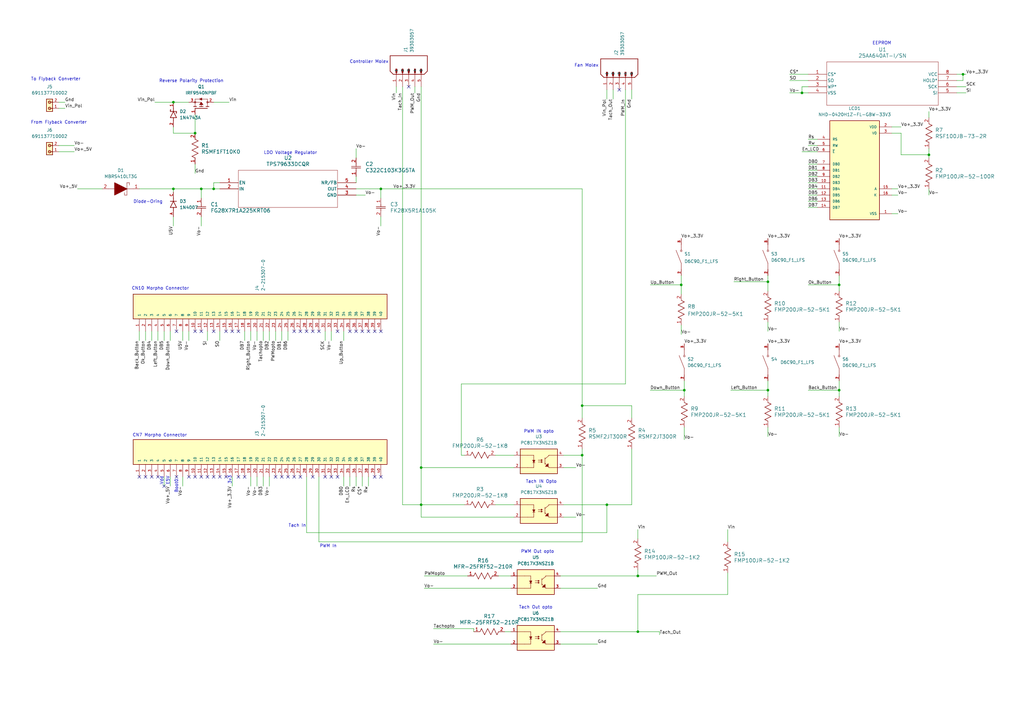
<source format=kicad_sch>
(kicad_sch (version 20231120) (generator "eeschema") (generator_version "8.0")
  (paper "A3")
  (title_block (title "Fan Diagnostic Tool") (rev "1") (comment 1 "Tucker Basham           Layne Bowman") (comment 2 "Ethan Haynes") (comment 3 "Jacob Brewer") (comment 4 "Conner Vick"))
  (lib_symbols
    (symbol "1N4007:1N4007" (pin_names (offset 1.016))
      (property "Reference" "D" (at -5.086 5.086 0))
      (property "Value" "1N4007" (at -5.0865 -5.0865 0))
      (symbol "1N4007_0_0"
        (pin passive line (at -5.08 0 0) (length 2.54) (name "~") (number "A"))
        (pin passive line (at 5.08 0 180) (length 2.54) (name "~") (number "C"))
      )
    )
    (symbol "1N4743A:1N4743A" (pin_names (offset 1.016))
      (property "Reference" "D" (at -5.08 2.54 0))
      (property "Value" "1N4743A" (at -5.08 -3.81 0))
      (symbol "1N4743A_0_0"
        (pin passive line (at 5.08 0 180) (length 2.54) (name "~") (number "1"))
        (pin passive line (at -5.08 0 0) (length 2.54) (name "~") (number "2"))
      )
    )
    (symbol "2-215307-0:2-215307-0" (pin_names (offset 1.016))
      (property "Reference" "J" (at -5.58 53.34 0))
      (property "Value" "2-215307-0" (at -5.08 -53.34 0))
      (symbol "2-215307-0_0_0"
        (pin passive line (at -10.16 50.8 0) (length 5.08) (name "1") (number "1"))
        (pin passive line (at -10.16 27.94 0) (length 5.08) (name "10") (number "10"))
        (pin passive line (at -10.16 25.4 0) (length 5.08) (name "11") (number "11"))
        (pin passive line (at -10.16 22.86 0) (length 5.08) (name "12") (number "12"))
        (pin passive line (at -10.16 20.32 0) (length 5.08) (name "13") (number "13"))
        (pin passive line (at -10.16 17.78 0) (length 5.08) (name "14") (number "14"))
        (pin passive line (at -10.16 15.24 0) (length 5.08) (name "15") (number "15"))
        (pin passive line (at -10.16 12.7 0) (length 5.08) (name "16") (number "16"))
        (pin passive line (at -10.16 10.16 0) (length 5.08) (name "17") (number "17"))
        (pin passive line (at -10.16 7.62 0) (length 5.08) (name "18") (number "18"))
        (pin passive line (at -10.16 5.08 0) (length 5.08) (name "19") (number "19"))
        (pin passive line (at -10.16 48.26 0) (length 5.08) (name "2") (number "2"))
        (pin passive line (at -10.16 2.54 0) (length 5.08) (name "20") (number "20"))
        (pin passive line (at -10.16 0 0) (length 5.08) (name "21") (number "21"))
        (pin passive line (at -10.16 -2.54 0) (length 5.08) (name "22") (number "22"))
        (pin passive line (at -10.16 -5.08 0) (length 5.08) (name "23") (number "23"))
        (pin passive line (at -10.16 -7.62 0) (length 5.08) (name "24") (number "24"))
        (pin passive line (at -10.16 -10.16 0) (length 5.08) (name "25") (number "25"))
        (pin passive line (at -10.16 -12.7 0) (length 5.08) (name "26") (number "26"))
        (pin passive line (at -10.16 -15.24 0) (length 5.08) (name "27") (number "27"))
        (pin passive line (at -10.16 -17.78 0) (length 5.08) (name "28") (number "28"))
        (pin passive line (at -10.16 -20.32 0) (length 5.08) (name "29") (number "29"))
        (pin passive line (at -10.16 45.72 0) (length 5.08) (name "3") (number "3"))
        (pin passive line (at -10.16 -22.86 0) (length 5.08) (name "30") (number "30"))
        (pin passive line (at -10.16 -25.4 0) (length 5.08) (name "31") (number "31"))
        (pin passive line (at -10.16 -27.94 0) (length 5.08) (name "32") (number "32"))
        (pin passive line (at -10.16 -30.48 0) (length 5.08) (name "33") (number "33"))
        (pin passive line (at -10.16 -33.02 0) (length 5.08) (name "34") (number "34"))
        (pin passive line (at -10.16 -35.56 0) (length 5.08) (name "35") (number "35"))
        (pin passive line (at -10.16 -38.1 0) (length 5.08) (name "36") (number "36"))
        (pin passive line (at -10.16 -40.64 0) (length 5.08) (name "37") (number "37"))
        (pin passive line (at -10.16 -43.18 0) (length 5.08) (name "38") (number "38"))
        (pin passive line (at -10.16 -45.72 0) (length 5.08) (name "39") (number "39"))
        (pin passive line (at -10.16 43.18 0) (length 5.08) (name "4") (number "4"))
        (pin passive line (at -10.16 -48.26 0) (length 5.08) (name "40") (number "40"))
        (pin passive line (at -10.16 40.64 0) (length 5.08) (name "5") (number "5"))
        (pin passive line (at -10.16 38.1 0) (length 5.08) (name "6") (number "6"))
        (pin passive line (at -10.16 35.56 0) (length 5.08) (name "7") (number "7"))
        (pin passive line (at -10.16 33.02 0) (length 5.08) (name "8") (number "8"))
        (pin passive line (at -10.16 30.48 0) (length 5.08) (name "9") (number "9"))
      )
    )
    (symbol "25AA640AT_I_SN:25AA640AT-I_SN" (pin_names (offset 0.254))
      (property "Reference" "U" (at 30.48 10.16 0))
      (property "Value" "25AA640AT-I/SN" (at 30.48 7.62 0))
      (symbol "25AA640AT-I_SN_1_1"
        (pin input line (at 0 0 0) (length 7.62) (name "CS*") (number "1"))
        (pin output line (at 0 -2.54 0) (length 7.62) (name "SO") (number "2"))
        (pin input line (at 0 -5.08 0) (length 7.62) (name "WP*") (number "3"))
        (pin power_in line (at 0 -7.62 0) (length 7.62) (name "VSS") (number "4"))
        (pin input line (at 60.96 -7.62 180) (length 7.62) (name "SI") (number "5"))
        (pin input line (at 60.96 -5.08 180) (length 7.62) (name "SCK") (number "6"))
        (pin input line (at 60.96 -2.54 180) (length 7.62) (name "HOLD*") (number "7"))
        (pin power_in line (at 60.96 0 180) (length 7.62) (name "VCC") (number "8"))
      )
    )
    (symbol "39303057:39303057" (pin_names (offset 1.016))
      (property "Reference" "J" (at 0 8.89 0))
      (property "Value" "39303057" (at 0 -10.16 0))
      (symbol "39303057_0_0"
        (pin passive line (at -5.08 5.08 0) (length 5.08) (name "1") (number "1"))
        (pin passive line (at -5.08 2.54 0) (length 5.08) (name "2") (number "2"))
        (pin passive line (at -5.08 0 0) (length 5.08) (name "3") (number "3"))
        (pin passive line (at -5.08 -2.54 0) (length 5.08) (name "4") (number "4"))
        (pin passive line (at -5.08 -5.08 0) (length 5.08) (name "5") (number "5"))
      )
    )
    (symbol "691137710002:691137710002" (pin_names (offset 1.016))
      (property "Reference" "J" (at -4.88 -0.922 0))
      (symbol "691137710002_0_0"
        (pin passive line (at -2.54 -5.08 90) (length 2.54) (name "~") (number "1"))
        (pin passive line (at 0 -5.08 90) (length 2.54) (name "~") (number "2"))
      )
    )
    (symbol "691137710002_1" (pin_names (offset 1.016))
      (property "Reference" "J" (at -4.88 -0.922 0))
      (symbol "691137710002_1_0_0"
        (pin passive line (at -2.54 -5.08 90) (length 2.54) (name "~") (number "1"))
        (pin passive line (at 0 -5.08 90) (length 2.54) (name "~") (number "2"))
      )
    )
    (symbol "C322C103K3G5TA:C322C103K3G5TA" (pin_names (offset 0.254))
      (property "Reference" "C" (at 3.81 3.81 0))
      (property "Value" "C322C103K3G5TA" (at 3.81 -3.81 0))
      (symbol "C322C103K3G5TA_1_1"
        (pin unspecified line (at 0 0 0) (length 2.54) (name "") (number "1"))
        (pin unspecified line (at 7.62 0 180) (length 2.54) (name "") (number "2"))
      )
      (symbol "C322C103K3G5TA_1_2"
        (pin unspecified line (at 0 0 270) (length 2.54) (name "") (number "1"))
        (pin unspecified line (at 0 -7.62 90) (length 2.54) (name "") (number "2"))
      )
    )
    (symbol "D6C90_F1_LFS:D6C90_F1_LFS" (pin_names (offset 1.016))
      (property "Reference" "S" (at -3.81 2.54 0))
      (property "Value" "D6C90_F1_LFS" (at -3.81 -2.54 0))
      (symbol "D6C90_F1_LFS_0_0"
        (pin passive line (at -7.62 0 0) (length 2.54) (name "~") (number "1"))
        (pin passive line (at -7.62 0 0) (length 2.54) (name "~") (number "2"))
        (pin passive line (at 7.62 0 180) (length 2.54) (name "~") (number "3"))
        (pin passive line (at 7.62 0 180) (length 2.54) (name "~") (number "4"))
      )
    )
    (symbol "FG28X7R1A225KRT06:FG28X7R1A225KRT06" (pin_names (offset 0.254))
      (property "Reference" "C" (at 3.81 3.81 0))
      (property "Value" "FG28X7R1A225KRT06" (at 3.81 -3.81 0))
      (symbol "FG28X7R1A225KRT06_1_1"
        (pin unspecified line (at 0 0 0) (length 2.54) (name "") (number "1"))
        (pin unspecified line (at 7.62 0 180) (length 2.54) (name "") (number "2"))
      )
      (symbol "FG28X7R1A225KRT06_1_2"
        (pin unspecified line (at 0 0 270) (length 2.54) (name "") (number "1"))
        (pin unspecified line (at 0 -7.62 90) (length 2.54) (name "") (number "2"))
      )
    )
    (symbol "FK28X5R1A105K:FK28X5R1A105K" (pin_names (offset 0.254))
      (property "Reference" "C" (at 3.81 3.81 0))
      (property "Value" "FK28X5R1A105K" (at 3.81 -3.81 0))
      (symbol "FK28X5R1A105K_1_1"
        (pin unspecified line (at 0 0 0) (length 2.54) (name "") (number "1"))
        (pin unspecified line (at 7.62 0 180) (length 2.54) (name "") (number "2"))
      )
      (symbol "FK28X5R1A105K_1_2"
        (pin unspecified line (at 0 0 270) (length 2.54) (name "") (number "1"))
        (pin unspecified line (at 0 -7.62 90) (length 2.54) (name "") (number "2"))
      )
    )
    (symbol "FMP100JR_52_100R:FMP100JR-52-100R" (pin_names (offset 0.254))
      (property "Reference" "R" (at 5.715 3.81 0))
      (property "Value" "FMP100JR-52-100R" (at 6.35 -3.81 0))
      (symbol "FMP100JR-52-100R_1_1"
        (pin unspecified line (at 0 0 0) (length 2.54) (name "") (number "1"))
        (pin unspecified line (at 12.7 0 180) (length 2.54) (name "") (number "2"))
      )
      (symbol "FMP100JR-52-100R_1_2"
        (pin unspecified line (at 0 12.7 270) (length 2.54) (name "") (number "1"))
        (pin unspecified line (at 0 0 90) (length 2.54) (name "") (number "2"))
      )
    )
    (symbol "FMP100JR_52_1K2:FMP100JR-52-1K2" (pin_names (offset 0.254))
      (property "Reference" "R" (at 5.715 3.81 0))
      (property "Value" "FMP100JR-52-1K2" (at 6.35 -3.81 0))
      (symbol "FMP100JR-52-1K2_1_1"
        (pin unspecified line (at 0 0 0) (length 2.54) (name "") (number "1"))
        (pin unspecified line (at 12.7 0 180) (length 2.54) (name "") (number "2"))
      )
      (symbol "FMP100JR-52-1K2_1_2"
        (pin unspecified line (at 0 12.7 270) (length 2.54) (name "") (number "1"))
        (pin unspecified line (at 0 0 90) (length 2.54) (name "") (number "2"))
      )
    )
    (symbol "FMP200JR_52_1K8:FMP200JR-52-1K8" (pin_names (offset 0.254))
      (property "Reference" "R" (at 5.715 3.81 0))
      (property "Value" "FMP200JR-52-1K8" (at 6.35 -3.81 0))
      (symbol "FMP200JR-52-1K8_1_1"
        (pin unspecified line (at 0 0 0) (length 2.54) (name "") (number "1"))
        (pin unspecified line (at 12.7 0 180) (length 2.54) (name "") (number "2"))
      )
      (symbol "FMP200JR-52-1K8_1_2"
        (pin unspecified line (at 0 12.7 270) (length 2.54) (name "") (number "1"))
        (pin unspecified line (at 0 0 90) (length 2.54) (name "") (number "2"))
      )
    )
    (symbol "FMP200JR_52_5K1:FMP200JR-52-5K1" (pin_names (offset 0.254))
      (property "Reference" "R" (at 5.715 3.81 0))
      (property "Value" "FMP200JR-52-5K1" (at 6.35 -3.81 0))
      (symbol "FMP200JR-52-5K1_1_1"
        (pin unspecified line (at 0 0 0) (length 2.54) (name "") (number "1"))
        (pin unspecified line (at 12.7 0 180) (length 2.54) (name "") (number "2"))
      )
      (symbol "FMP200JR-52-5K1_1_2"
        (pin unspecified line (at 0 12.7 270) (length 2.54) (name "") (number "1"))
        (pin unspecified line (at 0 0 90) (length 2.54) (name "") (number "2"))
      )
    )
    (symbol "IRF9540NPBF:IRF9540NPBF" (pin_names (offset 1.016))
      (property "Reference" "Q" (at -13.97 6.35 0))
      (property "Value" "IRF9540NPBF" (at -13.97 -6.35 0))
      (symbol "IRF9540NPBF_0_0"
        (pin passive line (at -5.08 2.54 0) (length 2.54) (name "~") (number "1"))
        (pin passive line (at 0 -5.08 90) (length 2.54) (name "~") (number "2"))
        (pin passive line (at 0 5.08 270) (length 2.54) (name "~") (number "3"))
      )
    )
    (symbol "MBRS410LT3G:MBRS410LT3G" (pin_names (offset 0.762))
      (property "Reference" "D" (at 12.7 8.89 0))
      (property "Value" "MBRS410LT3G" (at 12.7 6.35 0))
      (symbol "MBRS410LT3G_0_0"
        (pin passive line (at 2.54 0 0) (length 2.54) (name "~") (number "1"))
        (pin passive line (at 17.78 0 180) (length 2.54) (name "~") (number "2"))
      )
    )
    (symbol "MFR_25FRF52_210R:MFR-25FRF52-210R" (pin_names (offset 0.254))
      (property "Reference" "R" (at 5.715 3.81 0))
      (property "Value" "MFR-25FRF52-210R" (at 6.35 -3.81 0))
      (symbol "MFR-25FRF52-210R_1_1"
        (pin unspecified line (at 0 0 0) (length 2.54) (name "") (number "1"))
        (pin unspecified line (at 12.7 0 180) (length 2.54) (name "") (number "2"))
      )
      (symbol "MFR-25FRF52-210R_1_2"
        (pin unspecified line (at 0 12.7 270) (length 2.54) (name "") (number "1"))
        (pin unspecified line (at 0 0 90) (length 2.54) (name "") (number "2"))
      )
    )
    (symbol "NHD-0420H1Z-FL-GBW-33V3:NHD-0420H1Z-FL-GBW-33V3" (pin_names (offset 1.016))
      (property "Reference" "LCD" (at -10.16 21.082 0))
      (property "Value" "NHD-0420H1Z-FL-GBW-33V3" (at -10.16 -22.86 0))
      (symbol "NHD-0420H1Z-FL-GBW-33V3_0_0"
        (pin power_in line (at 15.24 -17.78 180) (length 5.08) (name "VSS") (number "1"))
        (pin bidirectional line (at -15.24 -5.08 0) (length 5.08) (name "DB3") (number "10"))
        (pin bidirectional line (at -15.24 -7.62 0) (length 5.08) (name "DB4") (number "11"))
        (pin bidirectional line (at -15.24 -10.16 0) (length 5.08) (name "DB5") (number "12"))
        (pin bidirectional line (at -15.24 -12.7 0) (length 5.08) (name "DB6") (number "13"))
        (pin bidirectional line (at -15.24 -15.24 0) (length 5.08) (name "DB7") (number "14"))
        (pin passive line (at 15.24 -7.62 180) (length 5.08) (name "A") (number "15"))
        (pin passive line (at 15.24 -10.16 180) (length 5.08) (name "K") (number "16"))
        (pin power_in line (at 15.24 17.78 180) (length 5.08) (name "VDD") (number "2"))
        (pin power_in line (at 15.24 15.24 180) (length 5.08) (name "V0") (number "3"))
        (pin input line (at -15.24 12.7 0) (length 5.08) (name "RS") (number "4"))
        (pin input line (at -15.24 10.16 0) (length 5.08) (name "RW") (number "5"))
        (pin input line (at -15.24 7.62 0) (length 5.08) (name "~{E}") (number "6"))
        (pin bidirectional line (at -15.24 2.54 0) (length 5.08) (name "DB0") (number "7"))
        (pin bidirectional line (at -15.24 0 0) (length 5.08) (name "DB1") (number "8"))
        (pin bidirectional line (at -15.24 -2.54 0) (length 5.08) (name "DB2") (number "9"))
      )
    )
    (symbol "PC817X3NSZ1B:PC817X3NSZ1B" (pin_names (offset 1.016))
      (property "Reference" "U" (at -7.62 6.35 0))
      (property "Value" "PC817X3NSZ1B" (at -7.62 -7.62 0))
      (symbol "PC817X3NSZ1B_0_0"
        (pin passive line (at -10.16 2.54 0) (length 2.54) (name "~") (number "1"))
        (pin passive line (at -10.16 -2.54 0) (length 2.54) (name "~") (number "2"))
        (pin passive line (at 10.16 -2.54 180) (length 2.54) (name "~") (number "3"))
        (pin passive line (at 10.16 2.54 180) (length 2.54) (name "~") (number "4"))
      )
    )
    (symbol "RSF100JB_73_2R:RSF100JB-73-2R" (pin_names (offset 0.254))
      (property "Reference" "R" (at 5.715 3.81 0))
      (property "Value" "RSF100JB-73-2R" (at 6.35 -3.81 0))
      (symbol "RSF100JB-73-2R_1_1"
        (pin unspecified line (at 0 0 0) (length 2.54) (name "") (number "1"))
        (pin unspecified line (at 12.7 0 180) (length 2.54) (name "") (number "2"))
      )
      (symbol "RSF100JB-73-2R_1_2"
        (pin unspecified line (at 0 12.7 270) (length 2.54) (name "") (number "1"))
        (pin unspecified line (at 0 0 90) (length 2.54) (name "") (number "2"))
      )
    )
    (symbol "RSMF1FT10K0:RSMF1FT10K0" (pin_names (offset 0.254))
      (property "Reference" "R" (at 5.715 3.81 0))
      (property "Value" "RSMF1FT10K0" (at 6.35 -3.81 0))
      (symbol "RSMF1FT10K0_1_1"
        (pin unspecified line (at 0 0 0) (length 2.54) (name "") (number "1"))
        (pin unspecified line (at 12.7 0 180) (length 2.54) (name "") (number "2"))
      )
      (symbol "RSMF1FT10K0_1_2"
        (pin unspecified line (at 0 12.7 270) (length 2.54) (name "") (number "1"))
        (pin unspecified line (at 0 0 90) (length 2.54) (name "") (number "2"))
      )
    )
    (symbol "RSMF2JT300R:RSMF2JT300R" (pin_names (offset 0.254))
      (property "Reference" "R" (at 5.715 3.81 0))
      (property "Value" "RSMF2JT300R" (at 6.35 -3.81 0))
      (symbol "RSMF2JT300R_1_1"
        (pin unspecified line (at 0 0 0) (length 2.54) (name "") (number "1"))
        (pin unspecified line (at 12.7 0 180) (length 2.54) (name "") (number "2"))
      )
      (symbol "RSMF2JT300R_1_2"
        (pin unspecified line (at 0 12.7 270) (length 2.54) (name "") (number "1"))
        (pin unspecified line (at 0 0 90) (length 2.54) (name "") (number "2"))
      )
    )
    (symbol "TPS79633DCQR:TPS79633DCQR" (pin_names (offset 0.254))
      (property "Reference" "U" (at 27.94 10.16 0))
      (property "Value" "TPS79633DCQR" (at 27.94 7.62 0))
      (symbol "TPS79633DCQR_0_1"
        (pin unspecified line (at 0 0 0) (length 7.62) (name "EN") (number "1"))
        (pin input line (at 0 -2.54 0) (length 7.62) (name "IN") (number "2"))
        (pin power_in line (at 55.88 -5.08 180) (length 7.62) (name "GND") (number "3"))
        (pin output line (at 55.88 -2.54 180) (length 7.62) (name "OUT") (number "4"))
        (pin unspecified line (at 55.88 0 180) (length 7.62) (name "NR/FB") (number "5"))
      )
    )
  )
  (junction (at 314.96 115.57))
  (junction (at 248.92 207.01))
  (junction (at 279.4 116.84))
  (junction (at 87.63 77.47))
  (junction (at 172.72 207.01))
  (junction (at 82.55 77.47))
  (junction (at 328.93 38.1))
  (junction (at 238.76 186.69))
  (junction (at 71.12 77.47))
  (junction (at 280.67 160.02))
  (junction (at 344.17 160.02))
  (junction (at 172.72 191.77))
  (junction (at 80.01 54.61))
  (junction (at 344.17 116.84))
  (junction (at 261.62 259.08))
  (junction (at 314.96 160.02))
  (junction (at 156.21 77.47))
  (junction (at 261.62 236.22))
  (junction (at 238.76 166.37))
  (junction (at 381 63.5))
  (junction (at 71.12 41.91))
  (junction (at 394.97 30.48))
  (no_connect (at 80.01 135.89))
  (no_connect (at 120.65 195.58))
  (no_connect (at 85.09 195.58))
  (no_connect (at 115.57 195.58))
  (no_connect (at 118.11 195.58))
  (no_connect (at 100.33 195.58))
  (no_connect (at 146.05 135.89))
  (no_connect (at 125.73 135.89))
  (no_connect (at 87.63 195.58))
  (no_connect (at 95.25 135.89))
  (no_connect (at 153.67 195.58))
  (no_connect (at 133.35 195.58))
  (no_connect (at 80.01 195.58))
  (no_connect (at 138.43 135.89))
  (no_connect (at 167.64 35.56))
  (no_connect (at 82.55 135.89))
  (no_connect (at 82.55 195.58))
  (no_connect (at 153.67 135.89))
  (no_connect (at 148.59 135.89))
  (no_connect (at 92.71 195.58))
  (no_connect (at 143.51 135.89))
  (no_connect (at 138.43 195.58))
  (no_connect (at 72.39 195.58))
  (no_connect (at 72.39 135.89))
  (no_connect (at 113.03 195.58))
  (no_connect (at 92.71 135.89))
  (no_connect (at 156.21 195.58))
  (no_connect (at 77.47 195.58))
  (no_connect (at 135.89 195.58))
  (no_connect (at 62.23 195.58))
  (no_connect (at 128.27 135.89))
  (no_connect (at 87.63 135.89))
  (no_connect (at 130.81 135.89))
  (no_connect (at 156.21 135.89))
  (no_connect (at 64.77 195.58))
  (no_connect (at 57.15 195.58))
  (no_connect (at 151.13 135.89))
  (no_connect (at 59.69 195.58))
  (no_connect (at 120.65 135.89))
  (no_connect (at 97.79 195.58))
  (no_connect (at 90.17 195.58))
  (no_connect (at 123.19 195.58))
  (no_connect (at 67.31 199.39))
  (no_connect (at 123.19 135.89))
  (no_connect (at 254 36.83))
  (no_connect (at 128.27 195.58))
  (no_connect (at 97.79 135.89))
  (wire (pts (xy 381 77.47) (xy 381 80.01)))
  (wire (pts (xy 80.01 46.99) (xy 80.01 54.61)))
  (wire (pts (xy 71.12 54.61) (xy 80.01 54.61)))
  (wire (pts (xy 248.92 207.01) (xy 248.92 218.44)))
  (wire (pts (xy 323.85 30.48) (xy 331.47 30.48)))
  (wire (pts (xy 71.12 77.47) (xy 82.55 77.47)))
  (wire (pts (xy 165.1 35.56) (xy 165.1 207.01)))
  (wire (pts (xy 261.62 220.98) (xy 261.62 217.17)))
  (wire (pts (xy 331.47 35.56) (xy 328.93 35.56)))
  (wire (pts (xy 229.87 236.22) (xy 261.62 236.22)))
  (wire (pts (xy 24.13 59.69) (xy 30.48 59.69)))
  (wire (pts (xy 57.15 77.47) (xy 71.12 77.47)))
  (wire (pts (xy 172.72 207.01) (xy 172.72 212.09)))
  (wire (pts (xy 300.99 115.57) (xy 314.96 115.57)))
  (wire (pts (xy 107.95 135.89) (xy 107.95 139.7)))
  (wire (pts (xy 266.7 160.02) (xy 280.67 160.02)))
  (wire (pts (xy 148.59 195.58) (xy 148.59 199.39)))
  (wire (pts (xy 130.81 222.25) (xy 130.81 195.58)))
  (wire (pts (xy 256.54 157.48) (xy 189.23 157.48)))
  (wire (pts (xy 298.45 217.17) (xy 298.45 222.25)))
  (wire (pts (xy 314.96 156.21) (xy 314.96 160.02)))
  (wire (pts (xy 331.47 77.47) (xy 335.28 77.47)))
  (wire (pts (xy 74.93 195.58) (xy 74.93 199.39)))
  (wire (pts (xy 203.2 186.69) (xy 210.82 186.69)))
  (wire (pts (xy 394.97 33.02) (xy 394.97 30.48)))
  (wire (pts (xy 280.67 162.56) (xy 280.67 160.02)))
  (wire (pts (xy 238.76 166.37) (xy 238.76 171.45)))
  (wire (pts (xy 82.55 77.47) (xy 82.55 81.28)))
  (wire (pts (xy 328.93 38.1) (xy 331.47 38.1)))
  (wire (pts (xy 251.46 36.83) (xy 251.46 40.64)))
  (wire (pts (xy 156.21 88.9) (xy 156.21 92.71)))
  (wire (pts (xy 107.95 195.58) (xy 107.95 199.39)))
  (wire (pts (xy 85.09 135.89) (xy 85.09 139.7)))
  (wire (pts (xy 229.87 259.08) (xy 261.62 259.08)))
  (wire (pts (xy 165.1 207.01) (xy 172.72 207.01)))
  (wire (pts (xy 69.85 195.58) (xy 69.85 199.39)))
  (wire (pts (xy 392.43 38.1) (xy 396.24 38.1)))
  (wire (pts (xy 105.41 135.89) (xy 105.41 139.7)))
  (wire (pts (xy 177.8 257.81) (xy 194.31 257.81)))
  (wire (pts (xy 71.12 41.91) (xy 77.47 41.91)))
  (wire (pts (xy 238.76 186.69) (xy 238.76 222.25)))
  (wire (pts (xy 238.76 166.37) (xy 259.08 166.37)))
  (wire (pts (xy 151.13 195.58) (xy 151.13 199.39)))
  (wire (pts (xy 90.17 135.89) (xy 90.17 139.7)))
  (wire (pts (xy 261.62 243.84) (xy 261.62 259.08)))
  (wire (pts (xy 146.05 195.58) (xy 146.05 199.39)))
  (wire (pts (xy 146.05 72.39) (xy 146.05 74.93)))
  (wire (pts (xy 381 60.96) (xy 381 63.5)))
  (wire (pts (xy 331.47 80.01) (xy 335.28 80.01)))
  (wire (pts (xy 331.47 116.84) (xy 344.17 116.84)))
  (wire (pts (xy 146.05 77.47) (xy 156.21 77.47)))
  (wire (pts (xy 115.57 135.89) (xy 115.57 139.7)))
  (wire (pts (xy 62.23 135.89) (xy 62.23 139.7)))
  (wire (pts (xy 392.43 33.02) (xy 394.97 33.02)))
  (wire (pts (xy 71.12 88.9) (xy 71.12 92.71)))
  (wire (pts (xy 331.47 72.39) (xy 335.28 72.39)))
  (wire (pts (xy 173.99 236.22) (xy 191.77 236.22)))
  (wire (pts (xy 231.14 191.77) (xy 236.22 191.77)))
  (wire (pts (xy 24.13 44.45) (xy 26.67 44.45)))
  (wire (pts (xy 146.05 80.01) (xy 149.86 80.01)))
  (wire (pts (xy 238.76 222.25) (xy 130.81 222.25)))
  (wire (pts (xy 71.12 52.07) (xy 71.12 54.61)))
  (wire (pts (xy 381 45.72) (xy 381 48.26)))
  (wire (pts (xy 95.25 195.58) (xy 95.25 199.39)))
  (wire (pts (xy 189.23 157.48) (xy 189.23 186.69)))
  (wire (pts (xy 314.96 160.02) (xy 314.96 162.56)))
  (wire (pts (xy 87.63 41.91) (xy 93.98 41.91)))
  (wire (pts (xy 59.69 135.89) (xy 59.69 139.7)))
  (wire (pts (xy 143.51 195.58) (xy 143.51 199.39)))
  (wire (pts (xy 170.18 35.56) (xy 170.18 38.1)))
  (wire (pts (xy 140.97 135.89) (xy 140.97 139.7)))
  (wire (pts (xy 365.76 54.61) (xy 369.57 54.61)))
  (wire (pts (xy 331.47 57.15) (xy 335.28 57.15)))
  (wire (pts (xy 344.17 179.07) (xy 344.17 175.26)))
  (wire (pts (xy 280.67 160.02) (xy 280.67 156.21)))
  (wire (pts (xy 80.01 67.31) (xy 80.01 71.12)))
  (wire (pts (xy 77.47 135.89) (xy 77.47 139.7)))
  (wire (pts (xy 365.76 87.63) (xy 368.3 87.63)))
  (wire (pts (xy 323.85 33.02) (xy 331.47 33.02)))
  (wire (pts (xy 331.47 82.55) (xy 335.28 82.55)))
  (wire (pts (xy 125.73 218.44) (xy 125.73 195.58)))
  (wire (pts (xy 133.35 135.89) (xy 133.35 139.7)))
  (wire (pts (xy 67.31 135.89) (xy 67.31 139.7)))
  (wire (pts (xy 331.47 59.69) (xy 335.28 59.69)))
  (wire (pts (xy 194.31 257.81) (xy 194.31 259.08)))
  (wire (pts (xy 172.72 191.77) (xy 210.82 191.77)))
  (wire (pts (xy 259.08 36.83) (xy 259.08 40.64)))
  (wire (pts (xy 299.72 160.02) (xy 314.96 160.02)))
  (wire (pts (xy 365.76 52.07) (xy 369.57 52.07)))
  (wire (pts (xy 392.43 35.56) (xy 396.24 35.56)))
  (wire (pts (xy 314.96 115.57) (xy 314.96 119.38)))
  (wire (pts (xy 331.47 85.09) (xy 335.28 85.09)))
  (wire (pts (xy 172.72 207.01) (xy 190.5 207.01)))
  (wire (pts (xy 74.93 135.89) (xy 74.93 139.7)))
  (wire (pts (xy 110.49 135.89) (xy 110.49 139.7)))
  (wire (pts (xy 172.72 212.09) (xy 210.82 212.09)))
  (wire (pts (xy 67.31 195.58) (xy 67.31 199.39)))
  (wire (pts (xy 146.05 60.96) (xy 146.05 64.77)))
  (wire (pts (xy 156.21 77.47) (xy 238.76 77.47)))
  (wire (pts (xy 231.14 212.09) (xy 236.22 212.09)))
  (wire (pts (xy 392.43 30.48) (xy 394.97 30.48)))
  (wire (pts (xy 177.8 264.16) (xy 209.55 264.16)))
  (wire (pts (xy 261.62 236.22) (xy 269.24 236.22)))
  (wire (pts (xy 24.13 62.23) (xy 30.48 62.23)))
  (wire (pts (xy 314.96 113.03) (xy 314.96 115.57)))
  (wire (pts (xy 331.47 160.02) (xy 344.17 160.02)))
  (wire (pts (xy 90.17 74.93) (xy 87.63 74.93)))
  (wire (pts (xy 172.72 191.77) (xy 172.72 207.01)))
  (wire (pts (xy 82.55 88.9) (xy 82.55 92.71)))
  (wire (pts (xy 331.47 74.93) (xy 335.28 74.93)))
  (wire (pts (xy 279.4 133.35) (xy 279.4 137.16)))
  (wire (pts (xy 64.77 135.89) (xy 64.77 139.7)))
  (wire (pts (xy 87.63 77.47) (xy 90.17 77.47)))
  (wire (pts (xy 69.85 135.89) (xy 69.85 139.7)))
  (wire (pts (xy 314.96 132.08) (xy 314.96 135.89)))
  (wire (pts (xy 298.45 234.95) (xy 298.45 243.84)))
  (wire (pts (xy 248.92 218.44) (xy 125.73 218.44)))
  (wire (pts (xy 31.75 77.47) (xy 41.91 77.47)))
  (wire (pts (xy 344.17 135.89) (xy 344.17 132.08)))
  (wire (pts (xy 140.97 195.58) (xy 140.97 199.39)))
  (wire (pts (xy 331.47 69.85) (xy 335.28 69.85)))
  (wire (pts (xy 261.62 259.08) (xy 270.51 259.08)))
  (wire (pts (xy 248.92 207.01) (xy 259.08 207.01)))
  (wire (pts (xy 323.85 38.1) (xy 328.93 38.1)))
  (wire (pts (xy 238.76 184.15) (xy 238.76 186.69)))
  (wire (pts (xy 279.4 113.03) (xy 279.4 116.84)))
  (wire (pts (xy 135.89 135.89) (xy 135.89 139.7)))
  (wire (pts (xy 71.12 77.47) (xy 71.12 78.74)))
  (wire (pts (xy 63.5 41.91) (xy 71.12 41.91)))
  (wire (pts (xy 105.41 195.58) (xy 105.41 199.39)))
  (wire (pts (xy 162.56 35.56) (xy 162.56 38.1)))
  (wire (pts (xy 279.4 116.84) (xy 279.4 120.65)))
  (wire (pts (xy 280.67 175.26) (xy 280.67 180.34)))
  (wire (pts (xy 344.17 119.38) (xy 344.17 116.84)))
  (wire (pts (xy 259.08 166.37) (xy 259.08 171.45)))
  (wire (pts (xy 231.14 207.01) (xy 248.92 207.01)))
  (wire (pts (xy 256.54 36.83) (xy 256.54 157.48)))
  (wire (pts (xy 204.47 236.22) (xy 209.55 236.22)))
  (wire (pts (xy 344.17 116.84) (xy 344.17 113.03)))
  (wire (pts (xy 102.87 195.58) (xy 102.87 199.39)))
  (wire (pts (xy 173.99 241.3) (xy 209.55 241.3)))
  (wire (pts (xy 344.17 162.56) (xy 344.17 160.02)))
  (wire (pts (xy 248.92 36.83) (xy 248.92 40.64)))
  (wire (pts (xy 328.93 35.56) (xy 328.93 38.1)))
  (wire (pts (xy 100.33 135.89) (xy 100.33 139.7)))
  (wire (pts (xy 331.47 67.31) (xy 335.28 67.31)))
  (wire (pts (xy 369.57 54.61) (xy 369.57 63.5)))
  (wire (pts (xy 266.7 116.84) (xy 279.4 116.84)))
  (wire (pts (xy 394.97 30.48) (xy 396.24 30.48)))
  (wire (pts (xy 102.87 135.89) (xy 102.87 139.7)))
  (wire (pts (xy 156.21 77.47) (xy 156.21 81.28)))
  (wire (pts (xy 259.08 184.15) (xy 259.08 207.01)))
  (wire (pts (xy 231.14 186.69) (xy 238.76 186.69)))
  (wire (pts (xy 82.55 77.47) (xy 87.63 77.47)))
  (wire (pts (xy 368.3 77.47) (xy 365.76 77.47)))
  (wire (pts (xy 113.03 135.89) (xy 113.03 139.7)))
  (wire (pts (xy 229.87 241.3) (xy 245.11 241.3)))
  (wire (pts (xy 381 63.5) (xy 381 64.77)))
  (wire (pts (xy 24.13 41.91) (xy 26.67 41.91)))
  (wire (pts (xy 189.23 186.69) (xy 190.5 186.69)))
  (wire (pts (xy 261.62 236.22) (xy 261.62 233.68)))
  (wire (pts (xy 207.01 259.08) (xy 209.55 259.08)))
  (wire (pts (xy 369.57 63.5) (xy 381 63.5)))
  (wire (pts (xy 118.11 135.89) (xy 118.11 139.7)))
  (wire (pts (xy 270.51 259.08) (xy 270.51 260.35)))
  (wire (pts (xy 314.96 179.07) (xy 314.96 175.26)))
  (wire (pts (xy 57.15 135.89) (xy 57.15 139.7)))
  (wire (pts (xy 365.76 80.01) (xy 368.3 80.01)))
  (wire (pts (xy 229.87 264.16) (xy 245.11 264.16)))
  (wire (pts (xy 344.17 160.02) (xy 344.17 156.21)))
  (wire (pts (xy 172.72 35.56) (xy 172.72 191.77)))
  (wire (pts (xy 110.49 195.58) (xy 110.49 199.39)))
  (wire (pts (xy 87.63 74.93) (xy 87.63 77.47)))
  (wire (pts (xy 203.2 207.01) (xy 210.82 207.01)))
  (wire (pts (xy 238.76 77.47) (xy 238.76 166.37)))
  (wire (pts (xy 328.93 62.23) (xy 335.28 62.23)))
  (wire (pts (xy 298.45 243.84) (xy 261.62 243.84)))
  (text "From Flyback Converter" (at 24.13 50.292 0) (effects (font (size 1.27 1.27))))
  (text "PWM Out opto" (at 220.472 226.314 0) (effects (font (size 1.27 1.27))))
  (text "LDO Voltage Regulator" (at 119.126 62.738 0) (effects (font (size 1.27 1.27))))
  (text "Diode-Oring" (at 60.706 82.804 0) (effects (font (size 1.27 1.27))))
  (text "Tach IN Opto" (at 221.996 197.612 0) (effects (font (size 1.27 1.27))))
  (text "To Flyback Converter" (at 22.86 32.512 0) (effects (font (size 1.27 1.27))))
  (text "Tach In" (at 121.92 215.646 0) (effects (font (size 1.27 1.27))))
  (text "Fan Molex\n" (at 240.538 26.924 0) (effects (font (size 1.27 1.27))))
  (text "Tach Out opto\n" (at 219.71 249.174 0) (effects (font (size 1.27 1.27))))
  (text "CN10 Morpho Connector\n" (at 65.786 118.364 0) (effects (font (size 1.27 1.27))))
  (text "PWM IN opto\n" (at 220.98 177.038 0) (effects (font (size 1.27 1.27))))
  (text "Controller Molex" (at 151.384 25.4 0) (effects (font (size 1.27 1.27))))
  (text "Reverse Polarity Protection" (at 78.486 33.274 0) (effects (font (size 1.27 1.27))))
  (text "PWM In" (at 134.62 224.028 0) (effects (font (size 1.27 1.27))))
  (text "E5V" (at 68.834 197.104 90) (effects (font (size 1.27 1.27))))
  (text "Vdd" (at 66.294 197.104 90) (effects (font (size 1.27 1.27))))
  (text "CN7 Morpho Connector\n" (at 65.532 178.562 0) (effects (font (size 1.27 1.27))))
  (text "Boot0" (at 72.39 199.39 90) (effects (font (size 1.27 1.27))))
  (text "EEPROM" (at 361.696 17.78 0) (effects (font (size 1.27 1.27))))
  (text "3v3" (at 94.234 196.85 90) (effects (font (size 1.27 1.27))))
  (label "Down_Button" (at 266.7 160.02 0))
  (label "Back_Button" (at 331.47 160.02 0))
  (label "Gnd" (at 172.72 38.1 270))
  (label "DB2" (at 110.49 139.7 270))
  (label "Vo-" (at 368.3 80.01 0))
  (label "Vo-" (at 74.93 199.39 270))
  (label "Vo-" (at 344.17 179.07 0))
  (label "DB0" (at 140.97 199.39 270))
  (label "SO" (at 90.17 139.7 270))
  (label "Vo-" (at 236.22 212.09 0))
  (label "Vo+_3.3V" (at 344.17 140.97 0))
  (label "U5V" (at 71.12 92.71 270))
  (label "Vo-" (at 30.48 59.69 0))
  (label "En_LCD" (at 328.93 62.23 0))
  (label "Gnd" (at 245.11 241.3 0))
  (label "Vin" (at 162.56 38.1 270))
  (label "Left_Button" (at 64.77 139.7 270))
  (label "Vo-" (at 314.96 179.07 0))
  (label "Vo-" (at 105.41 139.7 270))
  (label "Ok_Button" (at 331.47 116.84 0))
  (label "PWM_Out" (at 170.18 38.1 270))
  (label "Vo-" (at 314.96 135.89 0))
  (label "DB7" (at 100.33 139.7 270))
  (label "Vo-" (at 135.89 139.7 270))
  (label "Vo+_3.3V" (at 161.29 77.47 0))
  (label "Vo+_3.3V" (at 381 45.72 0))
  (label "DB0" (at 331.47 67.31 0))
  (label "Vo-" (at 280.67 180.34 0))
  (label "Vo-" (at 177.8 264.16 0))
  (label "DB6" (at 331.47 82.55 0))
  (label "Vo-" (at 173.99 241.3 0))
  (label "Vo+_3.3V" (at 314.96 140.97 0))
  (label "CS*" (at 148.59 199.39 270))
  (label "CS*" (at 323.85 30.48 0))
  (label "Vo+_3.3V" (at 344.17 97.79 0))
  (label "DB6" (at 118.11 139.7 270))
  (label "PWM_Out" (at 269.24 236.22 0))
  (label "SI" (at 396.24 38.1 0))
  (label "PWMopto" (at 113.03 139.7 270))
  (label "DB5" (at 331.47 80.01 0))
  (label "DB2" (at 331.47 72.39 0))
  (label "PWMopto" (at 173.99 236.22 0))
  (label "Gnd" (at 259.08 40.64 270))
  (label "Vo+_5V" (at 31.75 77.47 180))
  (label "Vo-" (at 381 80.01 0))
  (label "Vin_Pol" (at 26.67 44.45 0))
  (label "En_LCD" (at 143.51 199.39 270))
  (label "SCK" (at 133.35 139.7 270))
  (label "Gnd" (at 245.11 264.16 0))
  (label "Back_Button" (at 57.15 139.7 270))
  (label "DB4" (at 62.23 139.7 270))
  (label "Vo+_3.3V" (at 314.96 97.79 0))
  (label "Vin_Pol" (at 248.92 40.64 270))
  (label "SCK" (at 396.24 35.56 0))
  (label "Tach_Out" (at 251.46 40.64 270))
  (label "Vo+_3.3V" (at 95.25 199.39 270))
  (label "DB3" (at 107.95 199.39 270))
  (label "Vo-" (at 368.3 87.63 0))
  (label "Vo-" (at 102.87 199.39 270))
  (label "Vin_Pol" (at 63.5 41.91 180))
  (label "Left_Button" (at 299.72 160.02 0))
  (label "Tach_Out" (at 270.51 260.35 0))
  (label "Vo-" (at 105.41 199.39 270))
  (label "Vo+_3.3V" (at 396.24 30.48 0))
  (label "Vo-" (at 146.05 60.96 0))
  (label "Vo+_5V" (at 30.48 62.23 0))
  (label "Down_Button" (at 69.85 139.7 270))
  (label "Vo+_3.3V" (at 368.3 77.47 0))
  (label "Rs" (at 331.47 57.15 0))
  (label "DB1" (at 331.47 69.85 0))
  (label "Gnd" (at 26.67 41.91 0))
  (label "Rw" (at 331.47 59.69 0))
  (label "Vo-" (at 236.22 191.77 0))
  (label "Up_Button" (at 140.97 139.7 270))
  (label "Vo-" (at 156.21 92.71 270))
  (label "Vo+_3.3V" (at 279.4 97.79 0))
  (label "SI" (at 85.09 139.7 270))
  (label "DB5" (at 67.31 139.7 270))
  (label "DB3" (at 331.47 74.93 0))
  (label "Vo+_3.3V" (at 280.67 140.97 0))
  (label "DB4" (at 331.47 77.47 0))
  (label "SO" (at 323.85 33.02 0))
  (label "Rw" (at 151.13 199.39 270))
  (label "Vo+_5V" (at 69.85 199.39 270))
  (label "Vo-" (at 279.4 137.16 0))
  (label "Vo-" (at 82.55 92.71 270))
  (label "Up_Button" (at 266.7 116.84 0))
  (label "DB1" (at 115.57 139.7 270))
  (label "DB7" (at 331.47 85.09 0))
  (label "Rs" (at 146.05 199.39 270))
  (label "U5V" (at 74.93 139.7 270))
  (label "Vo-" (at 149.86 80.01 0))
  (label "Right_Button" (at 102.87 139.7 270))
  (label "Tachopto" (at 107.95 139.7 270))
  (label "Tachopto" (at 177.8 257.81 0))
  (label "Vin" (at 261.62 217.17 0))
  (label "Vo+_3.3V" (at 369.57 52.07 0))
  (label "Vo-" (at 344.17 135.89 0))
  (label "Tach_In" (at 165.1 38.1 270))
  (label "Ok_Button" (at 59.69 139.7 270))
  (label "Vo-" (at 77.47 139.7 270))
  (label "Gnd" (at 80.01 71.12 0))
  (label "Vin" (at 298.45 217.17 0))
  (label "Vo-" (at 323.85 38.1 0))
  (label "Vo-" (at 110.49 199.39 270))
  (label "Vin" (at 93.98 41.91 0))
  (label "Right_Button" (at 300.99 115.57 0))
  (label "PWM_In" (at 256.54 40.64 270))
  (symbol (lib_id "D6C90_F1_LFS:D6C90_F1_LFS") (at 344.17 148.59 90) (unit 1)
    (property "Reference" "S6" (at 345.44 147.3199 90) (effects (justify right)))
    (property "Value" "D6C90_F1_LFS" (at 345.44 149.8599 90) (effects (justify right)))
    (property "Footprint" "D6C90_F1_LFS:SW_D6C90_F1_LFS" (effects (hide yes)))
    (property "MF" "C&K" (effects (hide yes)))
    (property "MAXIMUM_PACKAGE_HEIGHT" "11.3mm" (effects (hide yes)))
    (property "Package" "None" (effects (hide yes)))
    (property "Price" "None" (effects (hide yes)))
    (property "Check_prices" "https://www.snapeda.com/parts/D6C90%20F1%20LFS/C%2526K/view-part/?ref=eda" (effects (hide yes)))
    (property "STANDARD" "Manufacturer Recommendations" (effects (hide yes)))
    (property "PARTREV" "21 Feb 22" (effects (hide yes)))
    (property "SnapEDA_Link" "https://www.snapeda.com/parts/D6C90%20F1%20LFS/C%2526K/view-part/?ref=snap" (effects (hide yes)))
    (property "MP" "D6C90 F1 LFS" (effects (hide yes)))
    (property "Description_1" "\n                        \n                            Pushbutton Switch SPST-NO Keyswitch Through Hole\n                        \n" (effects (hide yes)))
    (property "Availability" "In Stock" (effects (hide yes)))
    (property "MANUFACTURER" "C&K" (effects (hide yes)))
  )
  (symbol (lib_id "FMP200JR_52_5K1:FMP200JR-52-5K1") (at 279.4 133.35 90) (unit 1)
    (property "Reference" "R8" (at 281.94 125.7299 90) (effects (font (size 1.524 1.524)) (justify right)))
    (property "Value" "FMP200JR-52-5K1" (at 281.94 128.778 90) (effects (font (size 1.524 1.524)) (justify right)))
    (property "Footprint" "FMP200JR_52_5K1:FMP200JR_52_5K1" (effects (hide yes)))
    (property "Datasheet" "FMP200JR-52-5K1" (effects (hide yes)))
  )
  (symbol (lib_id "D6C90_F1_LFS:D6C90_F1_LFS") (at 280.67 148.59 90) (unit 1)
    (property "Reference" "S2" (at 281.94 147.3199 90) (effects (justify right)))
    (property "Value" "D6C90_F1_LFS" (at 281.94 149.8599 90) (effects (justify right)))
    (property "Footprint" "D6C90_F1_LFS:SW_D6C90_F1_LFS" (effects (hide yes)))
    (property "MF" "C&K" (effects (hide yes)))
    (property "MAXIMUM_PACKAGE_HEIGHT" "11.3mm" (effects (hide yes)))
    (property "Package" "None" (effects (hide yes)))
    (property "Price" "None" (effects (hide yes)))
    (property "Check_prices" "https://www.snapeda.com/parts/D6C90%20F1%20LFS/C%2526K/view-part/?ref=eda" (effects (hide yes)))
    (property "STANDARD" "Manufacturer Recommendations" (effects (hide yes)))
    (property "PARTREV" "21 Feb 22" (effects (hide yes)))
    (property "SnapEDA_Link" "https://www.snapeda.com/parts/D6C90%20F1%20LFS/C%2526K/view-part/?ref=snap" (effects (hide yes)))
    (property "MP" "D6C90 F1 LFS" (effects (hide yes)))
    (property "Description_1" "\n                        \n                            Pushbutton Switch SPST-NO Keyswitch Through Hole\n                        \n" (effects (hide yes)))
    (property "Availability" "In Stock" (effects (hide yes)))
    (property "MANUFACTURER" "C&K" (effects (hide yes)))
  )
  (symbol (lib_id "FMP200JR_52_5K1:FMP200JR-52-5K1") (at 280.67 175.26 90) (unit 1)
    (property "Reference" "R9" (at 283.21 167.6399 90) (effects (font (size 1.524 1.524)) (justify right)))
    (property "Value" "FMP200JR-52-5K1" (at 283.21 170.1799 90) (effects (font (size 1.524 1.524)) (justify right)))
    (property "Footprint" "FMP200JR_52_5K1:FMP200JR_52_5K1" (effects (hide yes)))
    (property "Datasheet" "FMP200JR-52-5K1" (effects (hide yes)))
  )
  (symbol (lib_id "NHD-0420H1Z-FL-GBW-33V3:NHD-0420H1Z-FL-GBW-33V3") (at 350.52 69.85 0) (unit 1)
    (property "Reference" "LCD1" (at 350.52 44.45 0))
    (property "Value" "NHD-0420H1Z-FL-GBW-33V3" (at 350.52 46.99 0))
    (property "Footprint" "NHD_0420H1Z_FL_GBW_33V3:LCD_NHD-0420H1Z-FL-GBW-33V3" (effects (hide yes)))
    (property "PARTREV" "02" (effects (hide yes)))
    (property "MANUFACTURER" "Newheaven Display" (effects (hide yes)))
    (property "MAXIMUM_PACKAGE_HEIGHT" "13.0mm" (effects (hide yes)))
    (property "STANDARD" "IPC-7351B" (effects (hide yes)))
  )
  (symbol (lib_id "FMP200JR_52_5K1:FMP200JR-52-5K1") (at 314.96 175.26 90) (unit 1)
    (property "Reference" "R11" (at 317.5 167.6399 90) (effects (font (size 1.524 1.524)) (justify right)))
    (property "Value" "FMP200JR-52-5K1" (at 317.5 170.1799 90) (effects (font (size 1.524 1.524)) (justify right)))
    (property "Footprint" "FMP200JR_52_5K1:FMP200JR_52_5K1" (effects (hide yes)))
    (property "Datasheet" "FMP200JR-52-5K1" (effects (hide yes)))
  )
  (symbol (lib_id "FMP100JR_52_1K2:FMP100JR-52-1K2") (at 261.62 233.68 90) (unit 1)
    (property "Reference" "R14" (at 264.16 226.0599 90) (effects (font (size 1.524 1.524)) (justify right)))
    (property "Value" "FMP100JR-52-1K2" (at 264.16 228.5999 90) (effects (font (size 1.524 1.524)) (justify right)))
    (property "Footprint" "FMP100JR_52_1K2:FMP100JR_52_1K2" (effects (hide yes)))
    (property "Datasheet" "FMP100JR-52-1K2" (effects (hide yes)))
  )
  (symbol (lib_id "FMP200JR_52_1K8:FMP200JR-52-1K8") (at 190.5 186.69 0) (unit 1)
    (property "Reference" "R6" (at 196.85 180.34 0) (effects (font (size 1.524 1.524))))
    (property "Value" "FMP200JR-52-1K8" (at 196.85 182.88 0) (effects (font (size 1.524 1.524))))
    (property "Footprint" "FMP200JR_52_1K8:FMP200JR_52_1K8" (effects (hide yes)))
    (property "Datasheet" "FMP200JR-52-1K8" (effects (hide yes)))
  )
  (symbol (lib_id "RSMF1FT10K0:RSMF1FT10K0") (at 80.01 67.31 90) (unit 1)
    (property "Reference" "R1" (at 82.55 59.6899 90) (effects (font (size 1.524 1.524)) (justify right)))
    (property "Value" "RSMF1FT10K0" (at 82.55 62.2299 90) (effects (font (size 1.524 1.524)) (justify right)))
    (property "Footprint" "FMP200JR_52_1K8:FMP200JR_52_1K8" (effects (hide yes)))
    (property "Datasheet" "RSMF1FT10K0" (effects (hide yes)))
  )
  (symbol (lib_name "691137710002_1") (lib_id "691137710002:691137710002") (at 19.05 41.91 90) (unit 1)
    (property "Reference" "J5" (at 20.32 35.56 90))
    (property "Value" "691137710002" (at 20.32 38.1 90))
    (property "Footprint" "691137710002:691137710002" (effects (hide yes)))
    (property "WIRE" "12 to 30 (AWG) 3.31 to 0.05 (mm²)" (effects (hide yes)))
    (property "MOUNT" "THT" (effects (hide yes)))
    (property "IR-VDE" "24A" (effects (hide yes)))
    (property "IR-UL" "16A" (effects (hide yes)))
    (property "VALUE" "691137710002" (effects (hide yes)))
    (property "WORKING-VOLTAGE-UL" "300V(AC)" (effects (hide yes)))
    (property "PART-NUMBER" "691137710002" (effects (hide yes)))
    (property "DATASHEET-URL" "https://www.we-online.com/catalog/datasheet/691137710002.pdf" (effects (hide yes)))
    (property "PITCH" "5mm" (effects (hide yes)))
    (property "PINS" "2" (effects (hide yes)))
    (property "WORKING-VOLTAGE-VDE" "250V(AC)" (effects (hide yes)))
    (property "TYPE" "Horizontal" (effects (hide yes)))
  )
  (symbol (lib_id "RSMF2JT300R:RSMF2JT300R") (at 238.76 184.15 90) (unit 1)
    (property "Reference" "R5" (at 241.3 176.5299 90) (effects (font (size 1.524 1.524)) (justify right)))
    (property "Value" "RSMF2JT300R" (at 241.3 179.0699 90) (effects (font (size 1.524 1.524)) (justify right)))
    (property "Footprint" "FMP200JR_52_1K8:FMP200JR_52_1K8" (effects (hide yes)))
    (property "Datasheet" "RSMF2JT300R" (effects (hide yes)))
  )
  (symbol (lib_id "D6C90_F1_LFS:D6C90_F1_LFS") (at 279.4 105.41 90) (unit 1)
    (property "Reference" "S1" (at 280.67 104.1399 90) (effects (justify right)))
    (property "Value" "D6C90_F1_LFS" (at 280.67 107.188 90) (effects (justify right)))
    (property "Footprint" "D6C90_F1_LFS:SW_D6C90_F1_LFS" (effects (hide yes)))
    (property "MF" "C&K" (effects (hide yes)))
    (property "MAXIMUM_PACKAGE_HEIGHT" "11.3mm" (effects (hide yes)))
    (property "Package" "None" (effects (hide yes)))
    (property "Price" "None" (effects (hide yes)))
    (property "Check_prices" "https://www.snapeda.com/parts/D6C90%20F1%20LFS/C%2526K/view-part/?ref=eda" (effects (hide yes)))
    (property "STANDARD" "Manufacturer Recommendations" (effects (hide yes)))
    (property "PARTREV" "21 Feb 22" (effects (hide yes)))
    (property "SnapEDA_Link" "https://www.snapeda.com/parts/D6C90%20F1%20LFS/C%2526K/view-part/?ref=snap" (effects (hide yes)))
    (property "MP" "D6C90 F1 LFS" (effects (hide yes)))
    (property "Description_1" "\n                        \n                            Pushbutton Switch SPST-NO Keyswitch Through Hole\n                        \n" (effects (hide yes)))
    (property "Availability" "In Stock" (effects (hide yes)))
    (property "MANUFACTURER" "C&K" (effects (hide yes)))
  )
  (symbol (lib_id "MFR_25FRF52_210R:MFR-25FRF52-210R") (at 191.77 236.22 0) (unit 1)
    (property "Reference" "R16" (at 198.12 229.87 0) (effects (font (size 1.524 1.524))))
    (property "Value" "MFR-25FRF52-210R" (at 198.12 232.41 0) (effects (font (size 1.524 1.524))))
    (property "Footprint" "MFR_25FRF52_210R:MFR_25FRF52_210R" (effects (hide yes)))
    (property "Datasheet" "MFR-25FRF52-210R" (effects (hide yes)))
  )
  (symbol (lib_id "FMP200JR_52_5K1:FMP200JR-52-5K1") (at 344.17 132.08 90) (unit 1)
    (property "Reference" "R12" (at 346.71 124.4599 90) (effects (font (size 1.524 1.524)) (justify right)))
    (property "Value" "FMP200JR-52-5K1" (at 346.71 126.9999 90) (effects (font (size 1.524 1.524)) (justify right)))
    (property "Footprint" "FMP200JR_52_5K1:FMP200JR_52_5K1" (effects (hide yes)))
    (property "Datasheet" "FMP200JR-52-5K1" (effects (hide yes)))
  )
  (symbol (lib_id "FG28X7R1A225KRT06:FG28X7R1A225KRT06") (at 82.55 81.28 270) (unit 1)
    (property "Reference" "C1" (at 86.36 83.8199 90) (effects (font (size 1.524 1.524)) (justify left)))
    (property "Value" "FG28X7R1A225KRT06" (at 86.36 86.3599 90) (effects (font (size 1.524 1.524)) (justify left)))
    (property "Footprint" "FG28X7R1A225KRT06:FG28X7R1A225KRT06" (effects (hide yes)))
    (property "Datasheet" "FG28X7R1A225KRT06" (effects (hide yes)))
  )
  (symbol (lib_id "2-215307-0:2-215307-0") (at 107.95 185.42 90) (unit 1)
    (property "Reference" "J3" (at 105.4099 179.07 0) (effects (justify left)))
    (property "Value" "2-215307-0" (at 107.9499 179.07 0) (effects (justify left)))
    (property "Footprint" "2_215307_0:TE_2-215307-0" (effects (hide yes)))
    (property "PARTREV" "R" (effects (hide yes)))
    (property "STANDARD" "Manufacturer Recommendations" (effects (hide yes)))
    (property "MANUFACTURER" "TE" (effects (hide yes)))
  )
  (symbol (lib_id "C322C103K3G5TA:C322C103K3G5TA") (at 146.05 72.39 90) (unit 1)
    (property "Reference" "C2" (at 149.86 67.3099 90) (effects (font (size 1.524 1.524)) (justify right)))
    (property "Value" "C322C103K3G5TA" (at 149.86 69.8499 90) (effects (font (size 1.524 1.524)) (justify right)))
    (property "Footprint" "C322C103K3G5TA:C322C103K3G5TA" (effects (hide yes)))
    (property "Datasheet" "C322C103K3G5TA" (effects (hide yes)))
  )
  (symbol (lib_id "PC817X3NSZ1B:PC817X3NSZ1B") (at 219.71 261.62 0) (unit 1)
    (property "Reference" "U6" (at 219.71 251.46 0))
    (property "Value" "PC817X3NSZ1B" (at 219.71 254 0))
    (property "Footprint" "PC817X3NSZ1B:DIP762W50P254L495H455Q4" (effects (hide yes)))
    (property "MF" "Sharp Microelectronics" (effects (hide yes)))
    (property "MAXIMUM_PACKAGE_HEIGHT" "4.55 mm" (effects (hide yes)))
    (property "Package" "DIP-4 Sharp Microelectronics" (effects (hide yes)))
    (property "Price" "None" (effects (hide yes)))
    (property "Check_prices" "https://www.snapeda.com/parts/PC817X3NSZ1B/Sharp+Microelectronics/view-part/?ref=eda" (effects (hide yes)))
    (property "STANDARD" "IPC 7351B" (effects (hide yes)))
    (property "PARTREV" "October 7, 2016" (effects (hide yes)))
    (property "SnapEDA_Link" "https://www.snapeda.com/parts/PC817X3NSZ1B/Sharp+Microelectronics/view-part/?ref=snap" (effects (hide yes)))
    (property "MP" "PC817X3NSZ1B" (effects (hide yes)))
    (property "Description_1" "\n                        \n                            Optoisolator Transistor Output - 1 Channel 4-DIP\n                        \n" (effects (hide yes)))
    (property "Availability" "In Stock" (effects (hide yes)))
    (property "MANUFACTURER" "Socle Technology" (effects (hide yes)))
  )
  (symbol (lib_id "PC817X3NSZ1B:PC817X3NSZ1B") (at 219.71 238.76 0) (unit 1)
    (property "Reference" "U5" (at 219.71 228.6 0))
    (property "Value" "PC817X3NSZ1B" (at 219.71 231.14 0))
    (property "Footprint" "PC817X3NSZ1B:DIP762W50P254L495H455Q4" (effects (hide yes)))
    (property "MF" "Sharp Microelectronics" (effects (hide yes)))
    (property "MAXIMUM_PACKAGE_HEIGHT" "4.55 mm" (effects (hide yes)))
    (property "Package" "DIP-4 Sharp Microelectronics" (effects (hide yes)))
    (property "Price" "None" (effects (hide yes)))
    (property "Check_prices" "https://www.snapeda.com/parts/PC817X3NSZ1B/Sharp+Microelectronics/view-part/?ref=eda" (effects (hide yes)))
    (property "STANDARD" "IPC 7351B" (effects (hide yes)))
    (property "PARTREV" "October 7, 2016" (effects (hide yes)))
    (property "SnapEDA_Link" "https://www.snapeda.com/parts/PC817X3NSZ1B/Sharp+Microelectronics/view-part/?ref=snap" (effects (hide yes)))
    (property "MP" "PC817X3NSZ1B" (effects (hide yes)))
    (property "Description_1" "\n                        \n                            Optoisolator Transistor Output - 1 Channel 4-DIP\n                        \n" (effects (hide yes)))
    (property "Availability" "In Stock" (effects (hide yes)))
    (property "MANUFACTURER" "Socle Technology" (effects (hide yes)))
  )
  (symbol (lib_id "FMP100JR_52_1K2:FMP100JR-52-1K2") (at 298.45 234.95 90) (unit 1)
    (property "Reference" "R15" (at 300.99 227.3299 90) (effects (font (size 1.524 1.524)) (justify right)))
    (property "Value" "FMP100JR-52-1K2" (at 300.99 229.8699 90) (effects (font (size 1.524 1.524)) (justify right)))
    (property "Footprint" "FMP100JR_52_1K2:FMP100JR_52_1K2" (effects (hide yes)))
    (property "Datasheet" "FMP100JR-52-1K2" (effects (hide yes)))
  )
  (symbol (lib_id "FMP100JR_52_100R:FMP100JR-52-100R") (at 381 77.47 90) (unit 1)
    (property "Reference" "R2" (at 383.54 69.8499 90) (effects (font (size 1.524 1.524)) (justify right)))
    (property "Value" "FMP100JR-52-100R" (at 383.54 72.3899 90) (effects (font (size 1.524 1.524)) (justify right)))
    (property "Footprint" "FMP100JR_52_100R:FMP100JR_52_100R" (effects (hide yes)))
    (property "Datasheet" "FMP100JR-52-100R" (effects (hide yes)))
  )
  (symbol (lib_id "FMP200JR_52_1K8:FMP200JR-52-1K8") (at 190.5 207.01 0) (unit 1)
    (property "Reference" "R3" (at 196.85 200.66 0) (effects (font (size 1.524 1.524))))
    (property "Value" "FMP200JR-52-1K8" (at 196.85 203.2 0) (effects (font (size 1.524 1.524))))
    (property "Footprint" "FMP200JR_52_1K8:FMP200JR_52_1K8" (effects (hide yes)))
    (property "Datasheet" "FMP200JR-52-1K8" (effects (hide yes)))
  )
  (symbol (lib_id "PC817X3NSZ1B:PC817X3NSZ1B") (at 220.98 209.55 0) (unit 1)
    (property "Reference" "U4" (at 220.98 199.39 0))
    (property "Value" "PC817X3NSZ1B" (at 220.98 201.93 0))
    (property "Footprint" "PC817X3NSZ1B:DIP762W50P254L495H455Q4" (effects (hide yes)))
    (property "MF" "Sharp Microelectronics" (effects (hide yes)))
    (property "MAXIMUM_PACKAGE_HEIGHT" "4.55 mm" (effects (hide yes)))
    (property "Package" "DIP-4 Sharp Microelectronics" (effects (hide yes)))
    (property "Price" "None" (effects (hide yes)))
    (property "Check_prices" "https://www.snapeda.com/parts/PC817X3NSZ1B/Sharp+Microelectronics/view-part/?ref=eda" (effects (hide yes)))
    (property "STANDARD" "IPC 7351B" (effects (hide yes)))
    (property "PARTREV" "October 7, 2016" (effects (hide yes)))
    (property "SnapEDA_Link" "https://www.snapeda.com/parts/PC817X3NSZ1B/Sharp+Microelectronics/view-part/?ref=snap" (effects (hide yes)))
    (property "MP" "PC817X3NSZ1B" (effects (hide yes)))
    (property "Description_1" "\n                        \n                            Optoisolator Transistor Output - 1 Channel 4-DIP\n                        \n" (effects (hide yes)))
    (property "Availability" "In Stock" (effects (hide yes)))
    (property "MANUFACTURER" "Socle Technology" (effects (hide yes)))
  )
  (symbol (lib_id "TPS79633DCQR:TPS79633DCQR") (at 90.17 74.93 0) (unit 1)
    (property "Reference" "U2" (at 118.11 64.77 0) (effects (font (size 1.524 1.524))))
    (property "Value" "TPS79633DCQR" (at 118.11 67.31 0) (effects (font (size 1.524 1.524))))
    (property "Footprint" "TPS79633DCQR:TPS79633DCQR" (effects (hide yes)))
    (property "Datasheet" "TPS79633DCQR" (effects (hide yes)))
  )
  (symbol (lib_id "39303057:39303057") (at 167.64 30.48 90) (unit 1)
    (property "Reference" "J1" (at 166.3699 21.59 0) (effects (justify left)))
    (property "Value" "39303057" (at 168.9099 21.59 0) (effects (justify left)))
    (property "Footprint" "39303057:MOLEX_39303057" (effects (hide yes)))
    (property "MF" "Molex" (effects (hide yes)))
    (property "MAXIMUM_PACKAGE_HEIGHT" "7.20mm" (effects (hide yes)))
    (property "Package" "None" (effects (hide yes)))
    (property "Price" "None" (effects (hide yes)))
    (property "Check_prices" "https://www.snapeda.com/parts/39303057/Molex/view-part/?ref=eda" (effects (hide yes)))
    (property "STANDARD" "Manufacturer Recommendations" (effects (hide yes)))
    (property "PARTREV" "A" (effects (hide yes)))
    (property "SnapEDA_Link" "https://www.snapeda.com/parts/39303057/Molex/view-part/?ref=snap" (effects (hide yes)))
    (property "MP" "39303057" (effects (hide yes)))
    (property "Description_1" "\n                        \n                            Connector Header Through Hole, Right Angle 5 position 0.165 (4.20mm)\n                        \n" (effects (hide yes)))
    (property "Availability" "In Stock" (effects (hide yes)))
    (property "MANUFACTURER" "Molex" (effects (hide yes)))
  )
  (symbol (lib_id "D6C90_F1_LFS:D6C90_F1_LFS") (at 314.96 105.41 90) (unit 1)
    (property "Reference" "S3" (at 316.23 104.1399 90) (effects (justify right)))
    (property "Value" "D6C90_F1_LFS" (at 316.23 106.6799 90) (effects (justify right)))
    (property "Footprint" "D6C90_F1_LFS:SW_D6C90_F1_LFS" (effects (hide yes)))
    (property "MF" "C&K" (effects (hide yes)))
    (property "MAXIMUM_PACKAGE_HEIGHT" "11.3mm" (effects (hide yes)))
    (property "Package" "None" (effects (hide yes)))
    (property "Price" "None" (effects (hide yes)))
    (property "Check_prices" "https://www.snapeda.com/parts/D6C90%20F1%20LFS/C%2526K/view-part/?ref=eda" (effects (hide yes)))
    (property "STANDARD" "Manufacturer Recommendations" (effects (hide yes)))
    (property "PARTREV" "21 Feb 22" (effects (hide yes)))
    (property "SnapEDA_Link" "https://www.snapeda.com/parts/D6C90%20F1%20LFS/C%2526K/view-part/?ref=snap" (effects (hide yes)))
    (property "MP" "D6C90 F1 LFS" (effects (hide yes)))
    (property "Description_1" "\n                        \n                            Pushbutton Switch SPST-NO Keyswitch Through Hole\n                        \n" (effects (hide yes)))
    (property "Availability" "In Stock" (effects (hide yes)))
    (property "MANUFACTURER" "C&K" (effects (hide yes)))
  )
  (symbol (lib_id "D6C90_F1_LFS:D6C90_F1_LFS") (at 344.17 105.41 90) (unit 1)
    (property "Reference" "S5" (at 345.44 104.1399 90) (effects (justify right)))
    (property "Value" "D6C90_F1_LFS" (at 345.44 106.6799 90) (effects (justify right)))
    (property "Footprint" "D6C90_F1_LFS:SW_D6C90_F1_LFS" (effects (hide yes)))
    (property "MF" "C&K" (effects (hide yes)))
    (property "MAXIMUM_PACKAGE_HEIGHT" "11.3mm" (effects (hide yes)))
    (property "Package" "None" (effects (hide yes)))
    (property "Price" "None" (effects (hide yes)))
    (property "Check_prices" "https://www.snapeda.com/parts/D6C90%20F1%20LFS/C%2526K/view-part/?ref=eda" (effects (hide yes)))
    (property "STANDARD" "Manufacturer Recommendations" (effects (hide yes)))
    (property "PARTREV" "21 Feb 22" (effects (hide yes)))
    (property "SnapEDA_Link" "https://www.snapeda.com/parts/D6C90%20F1%20LFS/C%2526K/view-part/?ref=snap" (effects (hide yes)))
    (property "MP" "D6C90 F1 LFS" (effects (hide yes)))
    (property "Description_1" "\n                        \n                            Pushbutton Switch SPST-NO Keyswitch Through Hole\n                        \n" (effects (hide yes)))
    (property "Availability" "In Stock" (effects (hide yes)))
    (property "MANUFACTURER" "C&K" (effects (hide yes)))
  )
  (symbol (lib_id "1N4743A:1N4743A") (at 71.12 46.99 90) (unit 1)
    (property "Reference" "D2" (at 73.66 45.7199 90) (effects (justify right)))
    (property "Value" "1N4743A" (at 73.66 48.2599 90) (effects (justify right)))
    (property "Footprint" "1N4743A:DIOAD1036W78L463D272" (effects (hide yes)))
    (property "PARTREV" "10" (effects (hide yes)))
    (property "MANUFACTURER" "Onsemi" (effects (hide yes)))
    (property "MAXIMUM_PACKAGE_HEIGHT" "2.72mm" (effects (hide yes)))
    (property "STANDARD" "IPC 7351B" (effects (hide yes)))
  )
  (symbol (lib_id "IRF9540NPBF:IRF9540NPBF") (at 82.55 41.91 90) (unit 1)
    (property "Reference" "Q1" (at 82.55 35.56 90))
    (property "Value" "IRF9540NPBF" (at 82.55 38.1 90))
    (property "Footprint" "IRF9540NPBF:TO254P1052X465X1989-3" (effects (hide yes)))
    (property "PARTREV" "B" (effects (hide yes)))
    (property "STANDARD" "IPC 7351B" (effects (hide yes)))
    (property "MANUFACTURER" "VISHAY" (effects (hide yes)))
  )
  (symbol (lib_id "MBRS410LT3G:MBRS410LT3G") (at 59.69 77.47 180) (unit 1)
    (property "Reference" "D1" (at 49.53 69.85 0))
    (property "Value" "MBRS410LT3G" (at 49.53 72.39 0))
    (property "Footprint" "MBRS410LT3G:DIOM8059X261N" (effects (hide yes)))
    (property "Datasheet" "https://www.onsemi.com/download/data-sheet/pdf/mbrs410lt3-d.pdf" (effects (hide yes)))
    (property "Description" "ON SEMICONDUCTOR - MBRS410LT3G - SCHOTTKY RECTIFIER" (effects (hide yes)))
    (property "Description_1" "ON SEMICONDUCTOR - MBRS410LT3G - SCHOTTKY RECTIFIER" (effects (hide yes)))
    (property "Height" "2.61" (effects (hide yes)))
    (property "Manufacturer_Name" "onsemi" (effects (hide yes)))
    (property "Manufacturer_Part_Number" "MBRS410LT3G" (effects (hide yes)))
    (property "Mouser Part Number" "863-MBRS410LT3G" (effects (hide yes)))
    (property "Mouser Price/Stock" "https://www.mouser.co.uk/ProductDetail/onsemi/MBRS410LT3G?qs=3JMERSakebpTz7AxvU6YQw%3D%3D" (effects (hide yes)))
    (property "Arrow Part Number" "MBRS410LT3G" (effects (hide yes)))
    (property "Arrow Price/Stock" "https://www.arrow.com/en/products/mbrs410lt3g/on-semiconductor?region=nac" (effects (hide yes)))
  )
  (symbol (lib_id "FMP200JR_52_5K1:FMP200JR-52-5K1") (at 344.17 175.26 90) (unit 1)
    (property "Reference" "R13" (at 346.71 167.6399 90) (effects (font (size 1.524 1.524)) (justify right)))
    (property "Value" "FMP200JR-52-5K1" (at 346.71 170.1799 90) (effects (font (size 1.524 1.524)) (justify right)))
    (property "Footprint" "FMP200JR_52_5K1:FMP200JR_52_5K1" (effects (hide yes)))
    (property "Datasheet" "FMP200JR-52-5K1" (effects (hide yes)))
  )
  (symbol (lib_id "FK28X5R1A105K:FK28X5R1A105K") (at 156.21 81.28 270) (unit 1)
    (property "Reference" "C3" (at 160.02 83.8199 90) (effects (font (size 1.524 1.524)) (justify left)))
    (property "Value" "FK28X5R1A105K" (at 160.02 86.3599 90) (effects (font (size 1.524 1.524)) (justify left)))
    (property "Footprint" "FK28X5R1A105K:FK28X5R1A105K" (effects (hide yes)))
    (property "Datasheet" "FK28X5R1A105K" (effects (hide yes)))
  )
  (symbol (lib_id "MFR_25FRF52_210R:MFR-25FRF52-210R") (at 194.31 259.08 0) (unit 1)
    (property "Reference" "R17" (at 200.66 252.73 0) (effects (font (size 1.524 1.524))))
    (property "Value" "MFR-25FRF52-210R" (at 200.66 255.27 0) (effects (font (size 1.524 1.524))))
    (property "Footprint" "MFR_25FRF52_210R:MFR_25FRF52_210R" (effects (hide yes)))
    (property "Datasheet" "MFR-25FRF52-210R" (effects (hide yes)))
  )
  (symbol (lib_id "FMP200JR_52_5K1:FMP200JR-52-5K1") (at 314.96 132.08 90) (unit 1)
    (property "Reference" "R10" (at 317.5 124.4599 90) (effects (font (size 1.524 1.524)) (justify right)))
    (property "Value" "FMP200JR-52-5K1" (at 317.5 126.9999 90) (effects (font (size 1.524 1.524)) (justify right)))
    (property "Footprint" "FMP200JR_52_5K1:FMP200JR_52_5K1" (effects (hide yes)))
    (property "Datasheet" "FMP200JR-52-5K1" (effects (hide yes)))
  )
  (symbol (lib_id "PC817X3NSZ1B:PC817X3NSZ1B") (at 220.98 189.23 0) (unit 1)
    (property "Reference" "U3" (at 220.98 179.07 0))
    (property "Value" "PC817X3NSZ1B" (at 220.98 181.61 0))
    (property "Footprint" "PC817X3NSZ1B:DIP762W50P254L495H455Q4" (effects (hide yes)))
    (property "MF" "Sharp Microelectronics" (effects (hide yes)))
    (property "MAXIMUM_PACKAGE_HEIGHT" "4.55 mm" (effects (hide yes)))
    (property "Package" "DIP-4 Sharp Microelectronics" (effects (hide yes)))
    (property "Price" "None" (effects (hide yes)))
    (property "Check_prices" "https://www.snapeda.com/parts/PC817X3NSZ1B/Sharp+Microelectronics/view-part/?ref=eda" (effects (hide yes)))
    (property "STANDARD" "IPC 7351B" (effects (hide yes)))
    (property "PARTREV" "October 7, 2016" (effects (hide yes)))
    (property "SnapEDA_Link" "https://www.snapeda.com/parts/PC817X3NSZ1B/Sharp+Microelectronics/view-part/?ref=snap" (effects (hide yes)))
    (property "MP" "PC817X3NSZ1B" (effects (hide yes)))
    (property "Description_1" "\n                        \n                            Optoisolator Transistor Output - 1 Channel 4-DIP\n                        \n" (effects (hide yes)))
    (property "Availability" "In Stock" (effects (hide yes)))
    (property "MANUFACTURER" "Socle Technology" (effects (hide yes)))
  )
  (symbol (lib_id "D6C90_F1_LFS:D6C90_F1_LFS") (at 314.96 148.59 90) (unit 1)
    (property "Reference" "S4" (at 316.23 147.3199 90) (effects (justify right)))
    (property "Value" "D6C90_F1_LFS" (at 320.04 148.59 90) (effects (justify right)))
    (property "Footprint" "D6C90_F1_LFS:SW_D6C90_F1_LFS" (effects (hide yes)))
    (property "MF" "C&K" (effects (hide yes)))
    (property "MAXIMUM_PACKAGE_HEIGHT" "11.3mm" (effects (hide yes)))
    (property "Package" "None" (effects (hide yes)))
    (property "Price" "None" (effects (hide yes)))
    (property "Check_prices" "https://www.snapeda.com/parts/D6C90%20F1%20LFS/C%2526K/view-part/?ref=eda" (effects (hide yes)))
    (property "STANDARD" "Manufacturer Recommendations" (effects (hide yes)))
    (property "PARTREV" "21 Feb 22" (effects (hide yes)))
    (property "SnapEDA_Link" "https://www.snapeda.com/parts/D6C90%20F1%20LFS/C%2526K/view-part/?ref=snap" (effects (hide yes)))
    (property "MP" "D6C90 F1 LFS" (effects (hide yes)))
    (property "Description_1" "\n                        \n                            Pushbutton Switch SPST-NO Keyswitch Through Hole\n                        \n" (effects (hide yes)))
    (property "Availability" "In Stock" (effects (hide yes)))
    (property "MANUFACTURER" "C&K" (effects (hide yes)))
  )
  (symbol (lib_id "1N4007:1N4007") (at 71.12 83.82 90) (unit 1)
    (property "Reference" "D3" (at 73.66 82.5499 90) (effects (justify right)))
    (property "Value" "1N4007" (at 73.66 85.0899 90) (effects (justify right)))
    (property "Footprint" "1N4007:DIOAD1060W80L520D270" (effects (hide yes)))
    (property "PARTREV" "G" (effects (hide yes)))
    (property "MANUFACTURER" "ON Semiconductor" (effects (hide yes)))
    (property "STANDARD" "IPC2222A" (effects (hide yes)))
  )
  (symbol (lib_id "39303057:39303057") (at 254 31.75 90) (unit 1)
    (property "Reference" "J2" (at 252.7299 22.86 0) (effects (justify left)))
    (property "Value" "39303057" (at 255.2699 22.86 0) (effects (justify left)))
    (property "Footprint" "39303057:MOLEX_39303057" (effects (hide yes)))
    (property "MF" "Molex" (effects (hide yes)))
    (property "MAXIMUM_PACKAGE_HEIGHT" "7.20mm" (effects (hide yes)))
    (property "Package" "None" (effects (hide yes)))
    (property "Price" "None" (effects (hide yes)))
    (property "Check_prices" "https://www.snapeda.com/parts/39303057/Molex/view-part/?ref=eda" (effects (hide yes)))
    (property "STANDARD" "Manufacturer Recommendations" (effects (hide yes)))
    (property "PARTREV" "A" (effects (hide yes)))
    (property "SnapEDA_Link" "https://www.snapeda.com/parts/39303057/Molex/view-part/?ref=snap" (effects (hide yes)))
    (property "MP" "39303057" (effects (hide yes)))
    (property "Description_1" "\n                        \n                            Connector Header Through Hole, Right Angle 5 position 0.165 (4.20mm)\n                        \n" (effects (hide yes)))
    (property "Availability" "In Stock" (effects (hide yes)))
    (property "MANUFACTURER" "Molex" (effects (hide yes)))
  )
  (symbol (lib_id "691137710002:691137710002") (at 19.05 59.69 90) (unit 1)
    (property "Reference" "J6" (at 20.32 53.34 90))
    (property "Value" "691137710002" (at 20.32 55.88 90))
    (property "Footprint" "691137710002:691137710002" (effects (hide yes)))
    (property "WIRE" "12 to 30 (AWG) 3.31 to 0.05 (mm²)" (effects (hide yes)))
    (property "MOUNT" "THT" (effects (hide yes)))
    (property "IR-VDE" "24A" (effects (hide yes)))
    (property "IR-UL" "16A" (effects (hide yes)))
    (property "VALUE" "691137710002" (effects (hide yes)))
    (property "WORKING-VOLTAGE-UL" "300V(AC)" (effects (hide yes)))
    (property "PART-NUMBER" "691137710002" (effects (hide yes)))
    (property "DATASHEET-URL" "https://www.we-online.com/catalog/datasheet/691137710002.pdf" (effects (hide yes)))
    (property "PITCH" "5mm" (effects (hide yes)))
    (property "PINS" "2" (effects (hide yes)))
    (property "WORKING-VOLTAGE-VDE" "250V(AC)" (effects (hide yes)))
    (property "TYPE" "Horizontal" (effects (hide yes)))
  )
  (symbol (lib_id "RSF100JB_73_2R:RSF100JB-73-2R") (at 381 60.96 90) (unit 1)
    (property "Reference" "R7" (at 383.54 53.3399 90) (effects (font (size 1.524 1.524)) (justify right)))
    (property "Value" "RSF100JB-73-2R" (at 383.54 55.8799 90) (effects (font (size 1.524 1.524)) (justify right)))
    (property "Footprint" "FMP100JR_52_100R:RSF100JB_73_2R" (effects (hide yes)))
    (property "Datasheet" "RSF100JB-73-2R" (effects (hide yes)))
  )
  (symbol (lib_id "2-215307-0:2-215307-0") (at 107.95 125.73 90) (unit 1)
    (property "Reference" "J4" (at 105.4099 119.38 0) (effects (justify left)))
    (property "Value" "2-215307-0" (at 107.9499 119.38 0) (effects (justify left)))
    (property "Footprint" "2_215307_0:TE_2-215307-0" (effects (hide yes)))
    (property "PARTREV" "R" (effects (hide yes)))
    (property "STANDARD" "Manufacturer Recommendations" (effects (hide yes)))
    (property "MANUFACTURER" "TE" (effects (hide yes)))
  )
  (symbol (lib_id "RSMF2JT300R:RSMF2JT300R") (at 259.08 184.15 90) (unit 1)
    (property "Reference" "R4" (at 261.62 176.5299 90) (effects (font (size 1.524 1.524)) (justify right)))
    (property "Value" "RSMF2JT300R" (at 261.62 179.0699 90) (effects (font (size 1.524 1.524)) (justify right)))
    (property "Footprint" "FMP200JR_52_1K8:FMP200JR_52_1K8" (effects (hide yes)))
    (property "Datasheet" "RSMF2JT300R" (effects (hide yes)))
  )
  (symbol (lib_id "25AA640AT_I_SN:25AA640AT-I_SN") (at 331.47 30.48 0) (unit 1)
    (property "Reference" "U1" (at 361.95 20.32 0) (effects (font (size 1.524 1.524))))
    (property "Value" "25AA640AT-I/SN" (at 361.95 22.86 0) (effects (font (size 1.524 1.524))))
    (property "Footprint" "25AA640AT_I_SN:25AA640AT_I_SN" (effects (hide yes)))
    (property "Datasheet" "25AA640AT-I/SN" (effects (hide yes)))
  )
)
</source>
